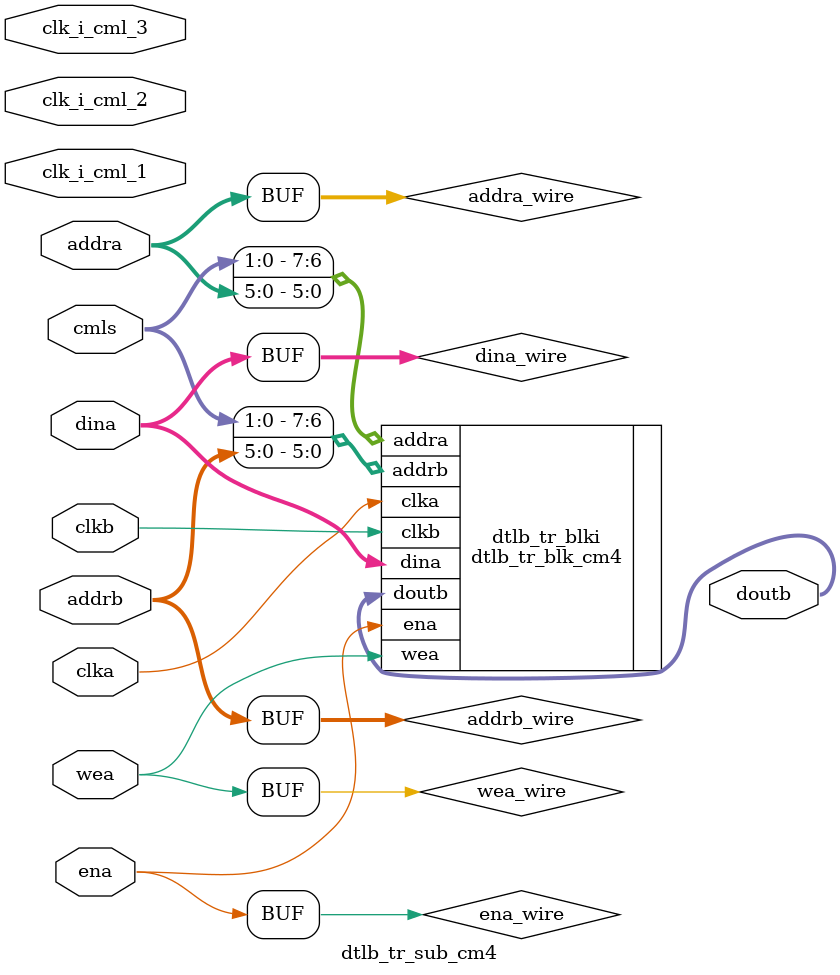
<source format=v>
/*******************************************************************************
*     This file is owned and controlled by Xilinx and must be used             *
*     solely for design, simulation, implementation and creation of            *
*     design files limited to Xilinx devices or technologies. Use              *
*     with non-Xilinx devices or technologies is expressly prohibited          *
*     and immediately terminates your license.                                 *
*                                                                              *
*     XILINX IS PROVIDING THIS DESIGN, CODE, OR INFORMATION "AS IS"            *
*     SOLELY FOR USE IN DEVELOPING PROGRAMS AND SOLUTIONS FOR                  *
*     XILINX DEVICES.  BY PROVIDING THIS DESIGN, CODE, OR INFORMATION          *
*     AS ONE POSSIBLE IMPLEMENTATION OF THIS FEATURE, APPLICATION              *
*     OR STANDARD, XILINX IS MAKING NO REPRESENTATION THAT THIS                *
*     IMPLEMENTATION IS FREE FROM ANY CLAIMS OF INFRINGEMENT,                  *
*     AND YOU ARE RESPONSIBLE FOR OBTAINING ANY RIGHTS YOU MAY REQUIRE         *
*     FOR YOUR IMPLEMENTATION.  XILINX EXPRESSLY DISCLAIMS ANY                 *
*     WARRANTY WHATSOEVER WITH RESPECT TO THE ADEQUACY OF THE                  *
*     IMPLEMENTATION, INCLUDING BUT NOT LIMITED TO ANY WARRANTIES OR           *
*     REPRESENTATIONS THAT THIS IMPLEMENTATION IS FREE FROM CLAIMS OF          *
*     INFRINGEMENT, IMPLIED WARRANTIES OF MERCHANTABILITY AND FITNESS          *
*     FOR A PARTICULAR PURPOSE.                                                *
*                                                                              *
*     Xilinx products are not intended for use in life support                 *
*     appliances, devices, or systems. Use in such applications are            *
*     expressly prohibited.                                                    *
*                                                                              *
*     (c) Copyright 1995-2009 Xilinx, Inc.                                     *
*     All rights reserved.                                                     *
*******************************************************************************/
// The synthesis directives "translate_off/translate_on" specified below are
// supported by Xilinx, Mentor Graphics and Synplicity synthesis
// tools. Ensure they are correct for your synthesis tool(s).

// You must compile the wrapper file dtlb_tr_blk.v when simulating
// the core, dtlb_tr_blk. When compiling the wrapper file, be sure to
// reference the XilinxCoreLib Verilog simulation library. For detailed
// instructions, please refer to the "CORE Generator Help".

`timescale 1ns/1ps

module dtlb_tr_sub_cm4(
		clk_i_cml_1,
		clk_i_cml_2,
		clk_i_cml_3,
		cmls,
		
	clka,
	ena,
	wea,
	addra,
	dina,
	clkb,
	addrb,
	doutb);


input clk_i_cml_1;
input clk_i_cml_2;
input clk_i_cml_3;
input [1:0] cmls;




input clka;
input ena;
input [0 : 0] wea;
input [5 : 0] addra;
input [23 : 0] dina;
input clkb;
input [5 : 0] addrb;
output [23 : 0] doutb;

wire ena_wire;
wire [0 : 0] wea_wire;
wire [5 : 0] addra_wire;
wire [23 : 0] dina_wire;
wire [5 : 0] addrb_wire;

assign ena_wire = ena;
assign wea_wire = wea;
assign addra_wire = addra;
assign dina_wire = dina;
assign addrb_wire = addrb;

dtlb_tr_blk_cm4 dtlb_tr_blki(
	.clka(clka),
	.ena(ena_wire),
	.wea(wea_wire),
	.addra({cmls, addra_wire}),
	.dina(dina_wire),
	.clkb(clkb),
	.addrb({cmls, addrb_wire}),
	.doutb(doutb));

endmodule



</source>
